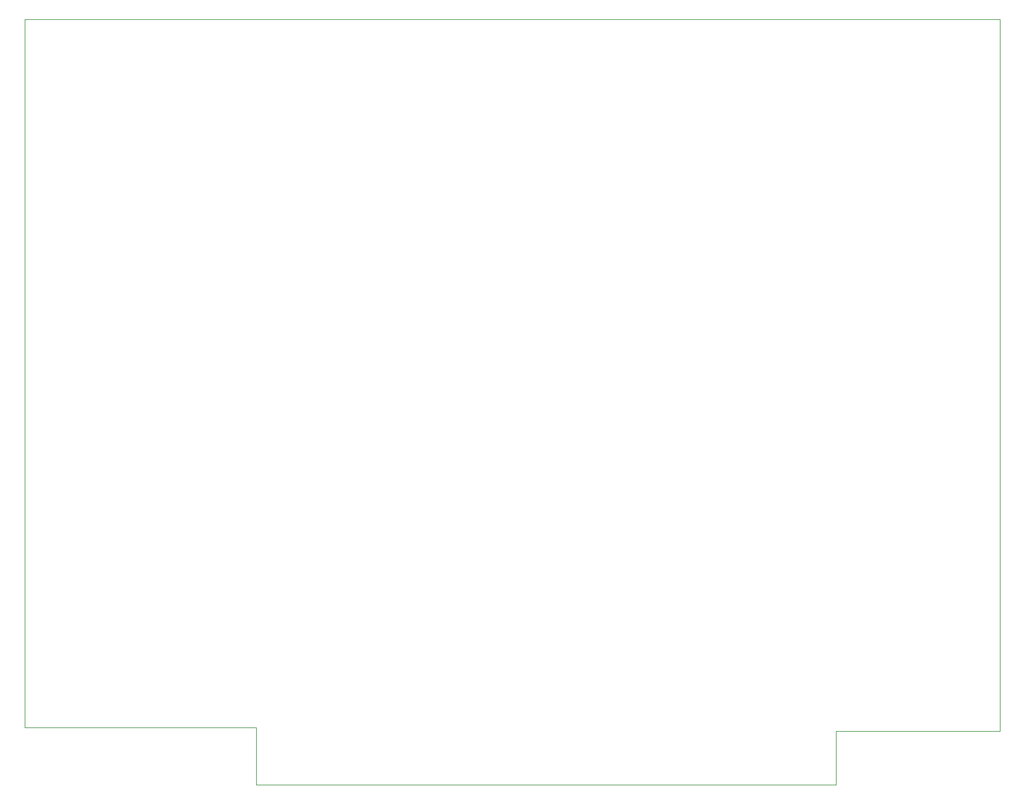
<source format=gbr>
%TF.GenerationSoftware,KiCad,Pcbnew,7.0.11-7.0.11~ubuntu20.04.1*%
%TF.CreationDate,2024-04-08T13:47:53+02:00*%
%TF.ProjectId,NCL501,4e434c35-3031-42e6-9b69-6361645f7063,rev?*%
%TF.SameCoordinates,Original*%
%TF.FileFunction,Profile,NP*%
%FSLAX46Y46*%
G04 Gerber Fmt 4.6, Leading zero omitted, Abs format (unit mm)*
G04 Created by KiCad (PCBNEW 7.0.11-7.0.11~ubuntu20.04.1) date 2024-04-08 13:47:53*
%MOMM*%
%LPD*%
G01*
G04 APERTURE LIST*
%TA.AperFunction,Profile*%
%ADD10C,0.050000*%
%TD*%
G04 APERTURE END LIST*
D10*
X252250000Y-143500000D02*
X229250000Y-143500000D01*
X229250000Y-151000000D01*
X147750000Y-151000000D01*
X147750000Y-143000000D01*
X115250000Y-143000000D01*
X115250000Y-43500000D01*
X252250000Y-43500000D01*
X252250000Y-143500000D01*
M02*

</source>
